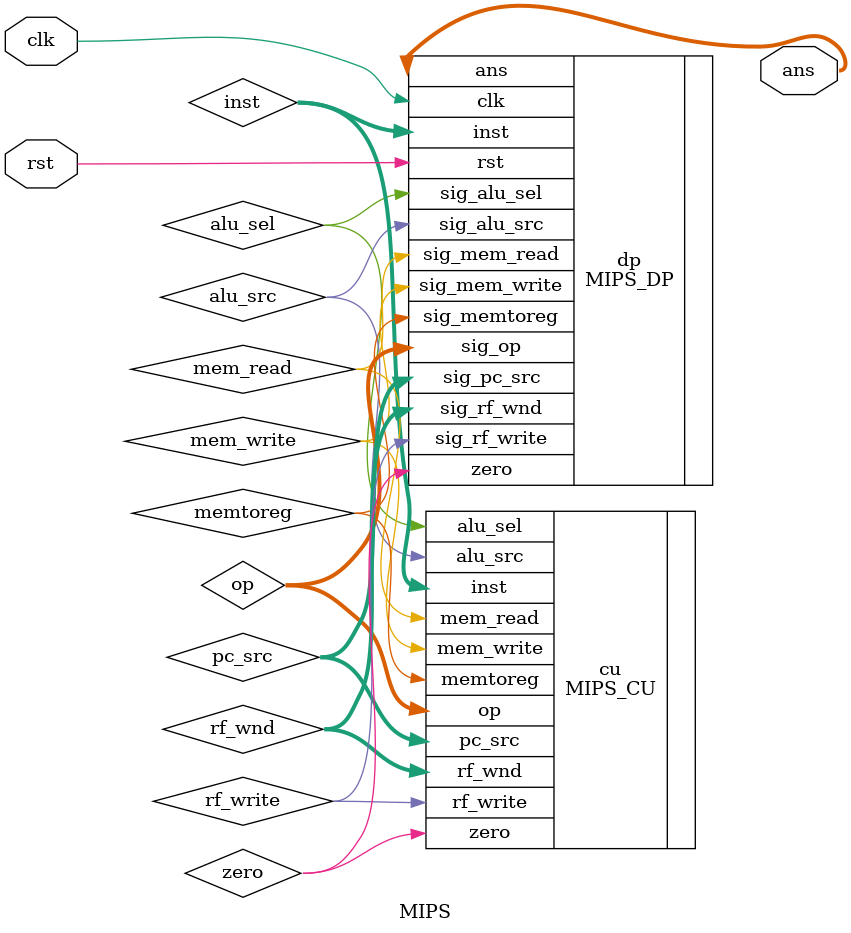
<source format=v>
module MIPS(input clk, rst, output[15:0] ans);

    wire rf_write, alu_sel, alu_src, mem_read, mem_write, memtoreg;
    wire[2:0] rf_wnd, op; wire[1:0] pc_src;
    wire[15:0] inst; wire zero;

    MIPS_DP dp(.clk(clk), .rst(rst), .sig_pc_src(pc_src),
               .sig_rf_write(rf_write), .sig_alu_src(alu_src), .sig_alu_sel(alu_sel),
               .sig_mem_write(mem_write), .sig_mem_read(mem_read), .sig_memtoreg(memtoreg),
               .sig_rf_wnd(rf_wnd), .sig_op(op),
               .inst(inst), .ans(ans),
               .zero(zero));

    MIPS_CU cu(.inst(inst), .zero(zero),
               .rf_write(rf_write), .alu_sel(alu_sel), .alu_src(alu_src),
               .mem_read(mem_read), .mem_write(mem_write),
               .memtoreg(memtoreg), .rf_wnd(rf_wnd), .op(op), .pc_src(pc_src));

endmodule
</source>
